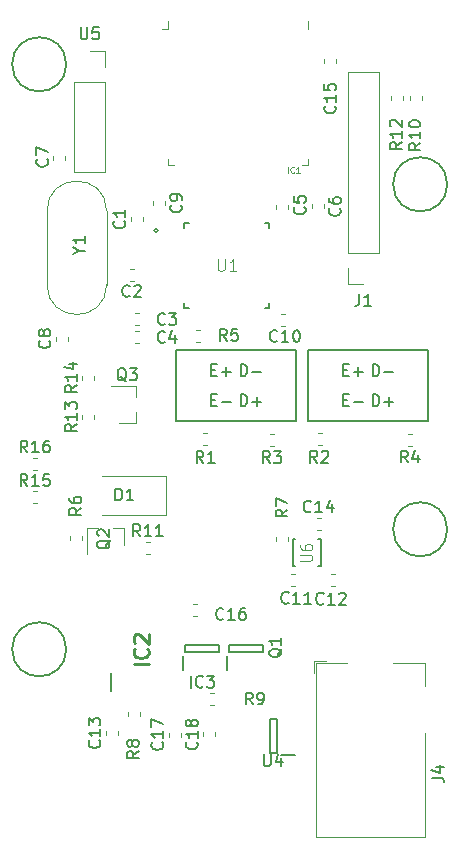
<source format=gbr>
G04 #@! TF.GenerationSoftware,KiCad,Pcbnew,(5.1.4)-1*
G04 #@! TF.CreationDate,2020-01-10T19:08:39-06:00*
G04 #@! TF.ProjectId,EncoderBoard,456e636f-6465-4724-926f-6172642e6b69,v1.0*
G04 #@! TF.SameCoordinates,Original*
G04 #@! TF.FileFunction,Legend,Top*
G04 #@! TF.FilePolarity,Positive*
%FSLAX46Y46*%
G04 Gerber Fmt 4.6, Leading zero omitted, Abs format (unit mm)*
G04 Created by KiCad (PCBNEW (5.1.4)-1) date 2020-01-10 19:08:39*
%MOMM*%
%LPD*%
G04 APERTURE LIST*
%ADD10C,0.200000*%
%ADD11C,0.120000*%
%ADD12C,0.127000*%
%ADD13C,0.100000*%
%ADD14C,0.150000*%
%ADD15C,0.152400*%
%ADD16C,0.050000*%
%ADD17C,0.254000*%
G04 APERTURE END LIST*
D10*
X109223525Y-87630000D02*
G75*
G03X109223525Y-87630000I-2289525J0D01*
G01*
X109223525Y-137160000D02*
G75*
G03X109223525Y-137160000I-2289525J0D01*
G01*
X141481525Y-127000000D02*
G75*
G03X141481525Y-127000000I-2289525J0D01*
G01*
X141481525Y-97790000D02*
G75*
G03X141481525Y-97790000I-2289525J0D01*
G01*
D11*
X115949020Y-129080496D02*
X116291554Y-129080496D01*
X115949020Y-128060496D02*
X116291554Y-128060496D01*
X121845800Y-144544867D02*
X121845800Y-144202333D01*
X120825800Y-144544867D02*
X120825800Y-144202333D01*
D12*
X126419160Y-101063240D02*
X126029160Y-101063240D01*
X126419160Y-101453240D02*
X126419160Y-101063240D01*
X126419160Y-108263240D02*
X126419160Y-107873240D01*
X126029160Y-108263240D02*
X126419160Y-108263240D01*
X119219160Y-108263240D02*
X119609160Y-108263240D01*
X119219160Y-107873240D02*
X119219160Y-108263240D01*
D10*
X116969160Y-101713240D02*
G75*
G03X116969160Y-101713240I-150000J0D01*
G01*
D12*
X119219160Y-101063240D02*
X119219160Y-101453240D01*
X119609160Y-101063240D02*
X119219160Y-101063240D01*
D13*
X117874200Y-84673860D02*
X117374200Y-84673860D01*
X117874200Y-84673860D02*
X117874200Y-83973860D01*
X129674200Y-84673860D02*
X129674200Y-83973860D01*
X117874200Y-96173860D02*
X118374200Y-96173860D01*
X117874200Y-96173860D02*
X117874200Y-95673860D01*
X129674200Y-96173860D02*
X129174200Y-96173860D01*
X129674200Y-96173860D02*
X129674200Y-95673860D01*
D11*
X115709160Y-100911507D02*
X115709160Y-100568973D01*
X114689160Y-100911507D02*
X114689160Y-100568973D01*
X114928467Y-104925400D02*
X114585933Y-104925400D01*
X114928467Y-105945400D02*
X114585933Y-105945400D01*
X115027893Y-109745240D02*
X115370427Y-109745240D01*
X115027893Y-108725240D02*
X115370427Y-108725240D01*
X115027893Y-111269240D02*
X115370427Y-111269240D01*
X115027893Y-110249240D02*
X115370427Y-110249240D01*
X128038320Y-99851027D02*
X128038320Y-99508493D01*
X127018320Y-99851027D02*
X127018320Y-99508493D01*
X130066320Y-99488173D02*
X130066320Y-99830707D01*
X131086320Y-99488173D02*
X131086320Y-99830707D01*
X108130880Y-95388613D02*
X108130880Y-95731147D01*
X109150880Y-95388613D02*
X109150880Y-95731147D01*
X109374400Y-111042267D02*
X109374400Y-110699733D01*
X108354400Y-111042267D02*
X108354400Y-110699733D01*
X117629400Y-99561467D02*
X117629400Y-99218933D01*
X116609400Y-99561467D02*
X116609400Y-99218933D01*
X127423093Y-109757940D02*
X127765627Y-109757940D01*
X127423093Y-108737940D02*
X127765627Y-108737940D01*
X128273100Y-131808456D02*
X128615634Y-131808456D01*
X128273100Y-130788456D02*
X128615634Y-130788456D01*
X131620820Y-131808456D02*
X131963354Y-131808456D01*
X131620820Y-130788456D02*
X131963354Y-130788456D01*
X130416860Y-127053576D02*
X130759394Y-127053576D01*
X130416860Y-126033576D02*
X130759394Y-126033576D01*
X131087400Y-87179333D02*
X131087400Y-87521867D01*
X132107400Y-87179333D02*
X132107400Y-87521867D01*
X120831793Y-119905240D02*
X121174327Y-119905240D01*
X120831793Y-118885240D02*
X121174327Y-118885240D01*
X130902527Y-118821740D02*
X130559993Y-118821740D01*
X130902527Y-119841740D02*
X130559993Y-119841740D01*
X126470593Y-119930640D02*
X126813127Y-119930640D01*
X126470593Y-118910640D02*
X126813127Y-118910640D01*
X138167293Y-119943340D02*
X138509827Y-119943340D01*
X138167293Y-118923340D02*
X138509827Y-118923340D01*
X120199333Y-111127000D02*
X120541867Y-111127000D01*
X120199333Y-110107000D02*
X120541867Y-110107000D01*
X110574927Y-127883243D02*
X110574927Y-127540709D01*
X109554927Y-127883243D02*
X109554927Y-127540709D01*
X127984087Y-127969603D02*
X127984087Y-127627069D01*
X126964087Y-127969603D02*
X126964087Y-127627069D01*
D14*
X118513860Y-117848640D02*
X128673860Y-117848640D01*
X118513860Y-111848640D02*
X118513860Y-117848640D01*
X128673860Y-111848640D02*
X118513860Y-111848640D01*
X128673860Y-117848640D02*
X128673860Y-111848640D01*
X129702560Y-117861340D02*
X139862560Y-117861340D01*
X129702560Y-111861340D02*
X129702560Y-117861340D01*
X139862560Y-111861340D02*
X129702560Y-111861340D01*
X139862560Y-117861340D02*
X139862560Y-111861340D01*
D15*
X128424047Y-130145296D02*
X128601847Y-130145296D01*
X128424047Y-127808496D02*
X128424047Y-130145296D01*
X130760847Y-127808496D02*
X130583047Y-127808496D01*
X130760847Y-130145296D02*
X130760847Y-127808496D01*
X130583047Y-130145296D02*
X130760847Y-130145296D01*
X128601847Y-127808496D02*
X128424047Y-127808496D01*
D11*
X107594160Y-106291240D02*
G75*
G03X112644160Y-106291240I2525000J0D01*
G01*
X107594160Y-100041240D02*
G75*
G02X112644160Y-100041240I2525000J0D01*
G01*
X107594160Y-100041240D02*
X107594160Y-106291240D01*
X112644160Y-100041240D02*
X112644160Y-106291240D01*
X113600067Y-144411023D02*
X113600067Y-144068489D01*
X112580067Y-144411023D02*
X112580067Y-144068489D01*
X120284434Y-133346236D02*
X119941900Y-133346236D01*
X120284434Y-134366236D02*
X119941900Y-134366236D01*
X117686407Y-125821216D02*
X112286407Y-125821216D01*
X117686407Y-122521216D02*
X112286407Y-122521216D01*
X117686407Y-125821216D02*
X117686407Y-122521216D01*
D10*
X113012367Y-140684036D02*
X113012367Y-139159036D01*
X119148167Y-138906636D02*
X119148167Y-137706636D01*
X122198167Y-137356636D02*
X119298167Y-137356636D01*
X122198167Y-136756636D02*
X122198167Y-137356636D01*
X119298167Y-136756636D02*
X122198167Y-136756636D01*
X119298167Y-137356636D02*
X119298167Y-136756636D01*
D11*
X134381240Y-106196440D02*
X133051240Y-106196440D01*
X133051240Y-106196440D02*
X133051240Y-104866440D01*
X133051240Y-103596440D02*
X133051240Y-88296440D01*
X135711240Y-88296440D02*
X133051240Y-88296440D01*
X135711240Y-103596440D02*
X135711240Y-88296440D01*
X135711240Y-103596440D02*
X133051240Y-103596440D01*
X114154447Y-126911336D02*
X114154447Y-128371336D01*
X110994447Y-126911336D02*
X110994447Y-129071336D01*
X110994447Y-126911336D02*
X111924447Y-126911336D01*
X114154447Y-126911336D02*
X113224447Y-126911336D01*
X114434267Y-142460669D02*
X114434267Y-142803203D01*
X115454267Y-142460669D02*
X115454267Y-142803203D01*
X121393133Y-141886400D02*
X121735667Y-141886400D01*
X121393133Y-140866400D02*
X121735667Y-140866400D01*
X111599440Y-117651347D02*
X111599440Y-117308813D01*
X110579440Y-117651347D02*
X110579440Y-117308813D01*
X111599440Y-114334107D02*
X111599440Y-113991573D01*
X110579440Y-114334107D02*
X110579440Y-113991573D01*
X111196120Y-86493040D02*
X112526120Y-86493040D01*
X112526120Y-86493040D02*
X112526120Y-87823040D01*
X112526120Y-89093040D02*
X112526120Y-96773040D01*
X109866120Y-96773040D02*
X112526120Y-96773040D01*
X109866120Y-89093040D02*
X109866120Y-96773040D01*
X109866120Y-89093040D02*
X112526120Y-89093040D01*
X115161600Y-118013600D02*
X113701600Y-118013600D01*
X115161600Y-114853600D02*
X113001600Y-114853600D01*
X115161600Y-114853600D02*
X115161600Y-115783600D01*
X115161600Y-118013600D02*
X115161600Y-117083600D01*
X118975600Y-144570267D02*
X118975600Y-144227733D01*
X117955600Y-144570267D02*
X117955600Y-144227733D01*
X130375600Y-138342800D02*
X132975600Y-138342800D01*
X130375600Y-153042800D02*
X130375600Y-138342800D01*
X139575600Y-138342800D02*
X139575600Y-140242800D01*
X136875600Y-138342800D02*
X139575600Y-138342800D01*
X139575600Y-153042800D02*
X130375600Y-153042800D01*
X139575600Y-144242800D02*
X139575600Y-153042800D01*
X130175600Y-139192800D02*
X130175600Y-138142800D01*
X131225600Y-138142800D02*
X130175600Y-138142800D01*
D10*
X128621400Y-146100600D02*
X127421400Y-146100600D01*
X127071400Y-143050600D02*
X127071400Y-145950600D01*
X126471400Y-143050600D02*
X127071400Y-143050600D01*
X126471400Y-145950600D02*
X126471400Y-143050600D01*
X127071400Y-145950600D02*
X126471400Y-145950600D01*
X123010000Y-137358400D02*
X123010000Y-136758400D01*
X123010000Y-136758400D02*
X125910000Y-136758400D01*
X125910000Y-136758400D02*
X125910000Y-137358400D01*
X125910000Y-137358400D02*
X123010000Y-137358400D01*
X122860000Y-138908400D02*
X122860000Y-137708400D01*
D11*
X138301000Y-90328933D02*
X138301000Y-90671467D01*
X139321000Y-90328933D02*
X139321000Y-90671467D01*
X137720800Y-90328933D02*
X137720800Y-90671467D01*
X136700800Y-90328933D02*
X136700800Y-90671467D01*
X106407133Y-123797600D02*
X106749667Y-123797600D01*
X106407133Y-124817600D02*
X106749667Y-124817600D01*
X106407133Y-121972800D02*
X106749667Y-121972800D01*
X106407133Y-120952800D02*
X106749667Y-120952800D01*
D14*
X115477429Y-127592876D02*
X115144096Y-127116686D01*
X114906001Y-127592876D02*
X114906001Y-126592876D01*
X115286953Y-126592876D01*
X115382191Y-126640496D01*
X115429810Y-126688115D01*
X115477429Y-126783353D01*
X115477429Y-126926210D01*
X115429810Y-127021448D01*
X115382191Y-127069067D01*
X115286953Y-127116686D01*
X114906001Y-127116686D01*
X116429810Y-127592876D02*
X115858382Y-127592876D01*
X116144096Y-127592876D02*
X116144096Y-126592876D01*
X116048858Y-126735734D01*
X115953620Y-126830972D01*
X115858382Y-126878591D01*
X117382191Y-127592876D02*
X116810763Y-127592876D01*
X117096477Y-127592876D02*
X117096477Y-126592876D01*
X117001239Y-126735734D01*
X116906001Y-126830972D01*
X116810763Y-126878591D01*
X120262942Y-145016457D02*
X120310561Y-145064076D01*
X120358180Y-145206933D01*
X120358180Y-145302171D01*
X120310561Y-145445028D01*
X120215323Y-145540266D01*
X120120085Y-145587885D01*
X119929609Y-145635504D01*
X119786752Y-145635504D01*
X119596276Y-145587885D01*
X119501038Y-145540266D01*
X119405800Y-145445028D01*
X119358180Y-145302171D01*
X119358180Y-145206933D01*
X119405800Y-145064076D01*
X119453419Y-145016457D01*
X120358180Y-144064076D02*
X120358180Y-144635504D01*
X120358180Y-144349790D02*
X119358180Y-144349790D01*
X119501038Y-144445028D01*
X119596276Y-144540266D01*
X119643895Y-144635504D01*
X119786752Y-143492647D02*
X119739133Y-143587885D01*
X119691514Y-143635504D01*
X119596276Y-143683123D01*
X119548657Y-143683123D01*
X119453419Y-143635504D01*
X119405800Y-143587885D01*
X119358180Y-143492647D01*
X119358180Y-143302171D01*
X119405800Y-143206933D01*
X119453419Y-143159314D01*
X119548657Y-143111695D01*
X119596276Y-143111695D01*
X119691514Y-143159314D01*
X119739133Y-143206933D01*
X119786752Y-143302171D01*
X119786752Y-143492647D01*
X119834371Y-143587885D01*
X119881990Y-143635504D01*
X119977228Y-143683123D01*
X120167704Y-143683123D01*
X120262942Y-143635504D01*
X120310561Y-143587885D01*
X120358180Y-143492647D01*
X120358180Y-143302171D01*
X120310561Y-143206933D01*
X120262942Y-143159314D01*
X120167704Y-143111695D01*
X119977228Y-143111695D01*
X119881990Y-143159314D01*
X119834371Y-143206933D01*
X119786752Y-143302171D01*
D16*
X122057255Y-104115620D02*
X122057255Y-104925144D01*
X122104874Y-105020382D01*
X122152493Y-105068001D01*
X122247731Y-105115620D01*
X122438207Y-105115620D01*
X122533445Y-105068001D01*
X122581064Y-105020382D01*
X122628683Y-104925144D01*
X122628683Y-104115620D01*
X123628683Y-105115620D02*
X123057255Y-105115620D01*
X123342969Y-105115620D02*
X123342969Y-104115620D01*
X123247731Y-104258478D01*
X123152493Y-104353716D01*
X123057255Y-104401335D01*
X127996104Y-96820050D02*
X127996104Y-96320050D01*
X128519914Y-96772431D02*
X128496104Y-96796240D01*
X128424676Y-96820050D01*
X128377057Y-96820050D01*
X128305628Y-96796240D01*
X128258009Y-96748621D01*
X128234200Y-96701002D01*
X128210390Y-96605764D01*
X128210390Y-96534336D01*
X128234200Y-96439098D01*
X128258009Y-96391479D01*
X128305628Y-96343860D01*
X128377057Y-96320050D01*
X128424676Y-96320050D01*
X128496104Y-96343860D01*
X128519914Y-96367669D01*
X128996104Y-96820050D02*
X128710390Y-96820050D01*
X128853247Y-96820050D02*
X128853247Y-96320050D01*
X128805628Y-96391479D01*
X128758009Y-96439098D01*
X128710390Y-96462907D01*
D14*
X114126302Y-100906906D02*
X114173921Y-100954525D01*
X114221540Y-101097382D01*
X114221540Y-101192620D01*
X114173921Y-101335478D01*
X114078683Y-101430716D01*
X113983445Y-101478335D01*
X113792969Y-101525954D01*
X113650112Y-101525954D01*
X113459636Y-101478335D01*
X113364398Y-101430716D01*
X113269160Y-101335478D01*
X113221540Y-101192620D01*
X113221540Y-101097382D01*
X113269160Y-100954525D01*
X113316779Y-100906906D01*
X114221540Y-99954525D02*
X114221540Y-100525954D01*
X114221540Y-100240240D02*
X113221540Y-100240240D01*
X113364398Y-100335478D01*
X113459636Y-100430716D01*
X113507255Y-100525954D01*
X114590533Y-107222542D02*
X114542914Y-107270161D01*
X114400057Y-107317780D01*
X114304819Y-107317780D01*
X114161961Y-107270161D01*
X114066723Y-107174923D01*
X114019104Y-107079685D01*
X113971485Y-106889209D01*
X113971485Y-106746352D01*
X114019104Y-106555876D01*
X114066723Y-106460638D01*
X114161961Y-106365400D01*
X114304819Y-106317780D01*
X114400057Y-106317780D01*
X114542914Y-106365400D01*
X114590533Y-106413019D01*
X114971485Y-106413019D02*
X115019104Y-106365400D01*
X115114342Y-106317780D01*
X115352438Y-106317780D01*
X115447676Y-106365400D01*
X115495295Y-106413019D01*
X115542914Y-106508257D01*
X115542914Y-106603495D01*
X115495295Y-106746352D01*
X114923866Y-107317780D01*
X115542914Y-107317780D01*
X117572493Y-109592382D02*
X117524874Y-109640001D01*
X117382017Y-109687620D01*
X117286779Y-109687620D01*
X117143921Y-109640001D01*
X117048683Y-109544763D01*
X117001064Y-109449525D01*
X116953445Y-109259049D01*
X116953445Y-109116192D01*
X117001064Y-108925716D01*
X117048683Y-108830478D01*
X117143921Y-108735240D01*
X117286779Y-108687620D01*
X117382017Y-108687620D01*
X117524874Y-108735240D01*
X117572493Y-108782859D01*
X117905826Y-108687620D02*
X118524874Y-108687620D01*
X118191540Y-109068573D01*
X118334398Y-109068573D01*
X118429636Y-109116192D01*
X118477255Y-109163811D01*
X118524874Y-109259049D01*
X118524874Y-109497144D01*
X118477255Y-109592382D01*
X118429636Y-109640001D01*
X118334398Y-109687620D01*
X118048683Y-109687620D01*
X117953445Y-109640001D01*
X117905826Y-109592382D01*
X117572493Y-111116382D02*
X117524874Y-111164001D01*
X117382017Y-111211620D01*
X117286779Y-111211620D01*
X117143921Y-111164001D01*
X117048683Y-111068763D01*
X117001064Y-110973525D01*
X116953445Y-110783049D01*
X116953445Y-110640192D01*
X117001064Y-110449716D01*
X117048683Y-110354478D01*
X117143921Y-110259240D01*
X117286779Y-110211620D01*
X117382017Y-110211620D01*
X117524874Y-110259240D01*
X117572493Y-110306859D01*
X118429636Y-110544954D02*
X118429636Y-111211620D01*
X118191540Y-110164001D02*
X117953445Y-110878287D01*
X118572493Y-110878287D01*
X129389142Y-99729586D02*
X129436761Y-99777205D01*
X129484380Y-99920062D01*
X129484380Y-100015300D01*
X129436761Y-100158158D01*
X129341523Y-100253396D01*
X129246285Y-100301015D01*
X129055809Y-100348634D01*
X128912952Y-100348634D01*
X128722476Y-100301015D01*
X128627238Y-100253396D01*
X128532000Y-100158158D01*
X128484380Y-100015300D01*
X128484380Y-99920062D01*
X128532000Y-99777205D01*
X128579619Y-99729586D01*
X128484380Y-98824824D02*
X128484380Y-99301015D01*
X128960571Y-99348634D01*
X128912952Y-99301015D01*
X128865333Y-99205777D01*
X128865333Y-98967681D01*
X128912952Y-98872443D01*
X128960571Y-98824824D01*
X129055809Y-98777205D01*
X129293904Y-98777205D01*
X129389142Y-98824824D01*
X129436761Y-98872443D01*
X129484380Y-98967681D01*
X129484380Y-99205777D01*
X129436761Y-99301015D01*
X129389142Y-99348634D01*
X132363462Y-99826106D02*
X132411081Y-99873725D01*
X132458700Y-100016582D01*
X132458700Y-100111820D01*
X132411081Y-100254678D01*
X132315843Y-100349916D01*
X132220605Y-100397535D01*
X132030129Y-100445154D01*
X131887272Y-100445154D01*
X131696796Y-100397535D01*
X131601558Y-100349916D01*
X131506320Y-100254678D01*
X131458700Y-100111820D01*
X131458700Y-100016582D01*
X131506320Y-99873725D01*
X131553939Y-99826106D01*
X131458700Y-98968963D02*
X131458700Y-99159440D01*
X131506320Y-99254678D01*
X131553939Y-99302297D01*
X131696796Y-99397535D01*
X131887272Y-99445154D01*
X132268224Y-99445154D01*
X132363462Y-99397535D01*
X132411081Y-99349916D01*
X132458700Y-99254678D01*
X132458700Y-99064201D01*
X132411081Y-98968963D01*
X132363462Y-98921344D01*
X132268224Y-98873725D01*
X132030129Y-98873725D01*
X131934891Y-98921344D01*
X131887272Y-98968963D01*
X131839653Y-99064201D01*
X131839653Y-99254678D01*
X131887272Y-99349916D01*
X131934891Y-99397535D01*
X132030129Y-99445154D01*
X107606102Y-95670666D02*
X107653721Y-95718285D01*
X107701340Y-95861142D01*
X107701340Y-95956380D01*
X107653721Y-96099238D01*
X107558483Y-96194476D01*
X107463245Y-96242095D01*
X107272769Y-96289714D01*
X107129912Y-96289714D01*
X106939436Y-96242095D01*
X106844198Y-96194476D01*
X106748960Y-96099238D01*
X106701340Y-95956380D01*
X106701340Y-95861142D01*
X106748960Y-95718285D01*
X106796579Y-95670666D01*
X106701340Y-95337333D02*
X106701340Y-94670666D01*
X107701340Y-95099238D01*
X107791542Y-111037666D02*
X107839161Y-111085285D01*
X107886780Y-111228142D01*
X107886780Y-111323380D01*
X107839161Y-111466238D01*
X107743923Y-111561476D01*
X107648685Y-111609095D01*
X107458209Y-111656714D01*
X107315352Y-111656714D01*
X107124876Y-111609095D01*
X107029638Y-111561476D01*
X106934400Y-111466238D01*
X106886780Y-111323380D01*
X106886780Y-111228142D01*
X106934400Y-111085285D01*
X106982019Y-111037666D01*
X107315352Y-110466238D02*
X107267733Y-110561476D01*
X107220114Y-110609095D01*
X107124876Y-110656714D01*
X107077257Y-110656714D01*
X106982019Y-110609095D01*
X106934400Y-110561476D01*
X106886780Y-110466238D01*
X106886780Y-110275761D01*
X106934400Y-110180523D01*
X106982019Y-110132904D01*
X107077257Y-110085285D01*
X107124876Y-110085285D01*
X107220114Y-110132904D01*
X107267733Y-110180523D01*
X107315352Y-110275761D01*
X107315352Y-110466238D01*
X107362971Y-110561476D01*
X107410590Y-110609095D01*
X107505828Y-110656714D01*
X107696304Y-110656714D01*
X107791542Y-110609095D01*
X107839161Y-110561476D01*
X107886780Y-110466238D01*
X107886780Y-110275761D01*
X107839161Y-110180523D01*
X107791542Y-110132904D01*
X107696304Y-110085285D01*
X107505828Y-110085285D01*
X107410590Y-110132904D01*
X107362971Y-110180523D01*
X107315352Y-110275761D01*
X118924342Y-99556866D02*
X118971961Y-99604485D01*
X119019580Y-99747342D01*
X119019580Y-99842580D01*
X118971961Y-99985438D01*
X118876723Y-100080676D01*
X118781485Y-100128295D01*
X118591009Y-100175914D01*
X118448152Y-100175914D01*
X118257676Y-100128295D01*
X118162438Y-100080676D01*
X118067200Y-99985438D01*
X118019580Y-99842580D01*
X118019580Y-99747342D01*
X118067200Y-99604485D01*
X118114819Y-99556866D01*
X119019580Y-99080676D02*
X119019580Y-98890200D01*
X118971961Y-98794961D01*
X118924342Y-98747342D01*
X118781485Y-98652104D01*
X118591009Y-98604485D01*
X118210057Y-98604485D01*
X118114819Y-98652104D01*
X118067200Y-98699723D01*
X118019580Y-98794961D01*
X118019580Y-98985438D01*
X118067200Y-99080676D01*
X118114819Y-99128295D01*
X118210057Y-99175914D01*
X118448152Y-99175914D01*
X118543390Y-99128295D01*
X118591009Y-99080676D01*
X118638628Y-98985438D01*
X118638628Y-98794961D01*
X118591009Y-98699723D01*
X118543390Y-98652104D01*
X118448152Y-98604485D01*
X127091202Y-111040182D02*
X127043583Y-111087801D01*
X126900726Y-111135420D01*
X126805488Y-111135420D01*
X126662631Y-111087801D01*
X126567393Y-110992563D01*
X126519774Y-110897325D01*
X126472155Y-110706849D01*
X126472155Y-110563992D01*
X126519774Y-110373516D01*
X126567393Y-110278278D01*
X126662631Y-110183040D01*
X126805488Y-110135420D01*
X126900726Y-110135420D01*
X127043583Y-110183040D01*
X127091202Y-110230659D01*
X128043583Y-111135420D02*
X127472155Y-111135420D01*
X127757869Y-111135420D02*
X127757869Y-110135420D01*
X127662631Y-110278278D01*
X127567393Y-110373516D01*
X127472155Y-110421135D01*
X128662631Y-110135420D02*
X128757869Y-110135420D01*
X128853107Y-110183040D01*
X128900726Y-110230659D01*
X128948345Y-110325897D01*
X128995964Y-110516373D01*
X128995964Y-110754468D01*
X128948345Y-110944944D01*
X128900726Y-111040182D01*
X128853107Y-111087801D01*
X128757869Y-111135420D01*
X128662631Y-111135420D01*
X128567393Y-111087801D01*
X128519774Y-111040182D01*
X128472155Y-110944944D01*
X128424536Y-110754468D01*
X128424536Y-110516373D01*
X128472155Y-110325897D01*
X128519774Y-110230659D01*
X128567393Y-110183040D01*
X128662631Y-110135420D01*
X128050429Y-133210078D02*
X128002810Y-133257697D01*
X127859953Y-133305316D01*
X127764715Y-133305316D01*
X127621858Y-133257697D01*
X127526620Y-133162459D01*
X127479001Y-133067221D01*
X127431382Y-132876745D01*
X127431382Y-132733888D01*
X127479001Y-132543412D01*
X127526620Y-132448174D01*
X127621858Y-132352936D01*
X127764715Y-132305316D01*
X127859953Y-132305316D01*
X128002810Y-132352936D01*
X128050429Y-132400555D01*
X129002810Y-133305316D02*
X128431382Y-133305316D01*
X128717096Y-133305316D02*
X128717096Y-132305316D01*
X128621858Y-132448174D01*
X128526620Y-132543412D01*
X128431382Y-132591031D01*
X129955191Y-133305316D02*
X129383763Y-133305316D01*
X129669477Y-133305316D02*
X129669477Y-132305316D01*
X129574239Y-132448174D01*
X129479001Y-132543412D01*
X129383763Y-132591031D01*
X131012069Y-133281198D02*
X130964450Y-133328817D01*
X130821593Y-133376436D01*
X130726355Y-133376436D01*
X130583498Y-133328817D01*
X130488260Y-133233579D01*
X130440641Y-133138341D01*
X130393022Y-132947865D01*
X130393022Y-132805008D01*
X130440641Y-132614532D01*
X130488260Y-132519294D01*
X130583498Y-132424056D01*
X130726355Y-132376436D01*
X130821593Y-132376436D01*
X130964450Y-132424056D01*
X131012069Y-132471675D01*
X131964450Y-133376436D02*
X131393022Y-133376436D01*
X131678736Y-133376436D02*
X131678736Y-132376436D01*
X131583498Y-132519294D01*
X131488260Y-132614532D01*
X131393022Y-132662151D01*
X132345403Y-132471675D02*
X132393022Y-132424056D01*
X132488260Y-132376436D01*
X132726355Y-132376436D01*
X132821593Y-132424056D01*
X132869212Y-132471675D01*
X132916831Y-132566913D01*
X132916831Y-132662151D01*
X132869212Y-132805008D01*
X132297784Y-133376436D01*
X132916831Y-133376436D01*
X129945269Y-125470718D02*
X129897650Y-125518337D01*
X129754793Y-125565956D01*
X129659555Y-125565956D01*
X129516698Y-125518337D01*
X129421460Y-125423099D01*
X129373841Y-125327861D01*
X129326222Y-125137385D01*
X129326222Y-124994528D01*
X129373841Y-124804052D01*
X129421460Y-124708814D01*
X129516698Y-124613576D01*
X129659555Y-124565956D01*
X129754793Y-124565956D01*
X129897650Y-124613576D01*
X129945269Y-124661195D01*
X130897650Y-125565956D02*
X130326222Y-125565956D01*
X130611936Y-125565956D02*
X130611936Y-124565956D01*
X130516698Y-124708814D01*
X130421460Y-124804052D01*
X130326222Y-124851671D01*
X131754793Y-124899290D02*
X131754793Y-125565956D01*
X131516698Y-124518337D02*
X131278603Y-125232623D01*
X131897650Y-125232623D01*
X131954542Y-91168457D02*
X132002161Y-91216076D01*
X132049780Y-91358933D01*
X132049780Y-91454171D01*
X132002161Y-91597028D01*
X131906923Y-91692266D01*
X131811685Y-91739885D01*
X131621209Y-91787504D01*
X131478352Y-91787504D01*
X131287876Y-91739885D01*
X131192638Y-91692266D01*
X131097400Y-91597028D01*
X131049780Y-91454171D01*
X131049780Y-91358933D01*
X131097400Y-91216076D01*
X131145019Y-91168457D01*
X132049780Y-90216076D02*
X132049780Y-90787504D01*
X132049780Y-90501790D02*
X131049780Y-90501790D01*
X131192638Y-90597028D01*
X131287876Y-90692266D01*
X131335495Y-90787504D01*
X131049780Y-89311314D02*
X131049780Y-89787504D01*
X131525971Y-89835123D01*
X131478352Y-89787504D01*
X131430733Y-89692266D01*
X131430733Y-89454171D01*
X131478352Y-89358933D01*
X131525971Y-89311314D01*
X131621209Y-89263695D01*
X131859304Y-89263695D01*
X131954542Y-89311314D01*
X132002161Y-89358933D01*
X132049780Y-89454171D01*
X132049780Y-89692266D01*
X132002161Y-89787504D01*
X131954542Y-89835123D01*
X120836393Y-121371620D02*
X120503060Y-120895430D01*
X120264964Y-121371620D02*
X120264964Y-120371620D01*
X120645917Y-120371620D01*
X120741155Y-120419240D01*
X120788774Y-120466859D01*
X120836393Y-120562097D01*
X120836393Y-120704954D01*
X120788774Y-120800192D01*
X120741155Y-120847811D01*
X120645917Y-120895430D01*
X120264964Y-120895430D01*
X121788774Y-121371620D02*
X121217345Y-121371620D01*
X121503060Y-121371620D02*
X121503060Y-120371620D01*
X121407821Y-120514478D01*
X121312583Y-120609716D01*
X121217345Y-120657335D01*
X130462993Y-121358920D02*
X130129660Y-120882730D01*
X129891564Y-121358920D02*
X129891564Y-120358920D01*
X130272517Y-120358920D01*
X130367755Y-120406540D01*
X130415374Y-120454159D01*
X130462993Y-120549397D01*
X130462993Y-120692254D01*
X130415374Y-120787492D01*
X130367755Y-120835111D01*
X130272517Y-120882730D01*
X129891564Y-120882730D01*
X130843945Y-120454159D02*
X130891564Y-120406540D01*
X130986802Y-120358920D01*
X131224898Y-120358920D01*
X131320136Y-120406540D01*
X131367755Y-120454159D01*
X131415374Y-120549397D01*
X131415374Y-120644635D01*
X131367755Y-120787492D01*
X130796326Y-121358920D01*
X131415374Y-121358920D01*
X126475193Y-121397020D02*
X126141860Y-120920830D01*
X125903764Y-121397020D02*
X125903764Y-120397020D01*
X126284717Y-120397020D01*
X126379955Y-120444640D01*
X126427574Y-120492259D01*
X126475193Y-120587497D01*
X126475193Y-120730354D01*
X126427574Y-120825592D01*
X126379955Y-120873211D01*
X126284717Y-120920830D01*
X125903764Y-120920830D01*
X126808526Y-120397020D02*
X127427574Y-120397020D01*
X127094240Y-120777973D01*
X127237098Y-120777973D01*
X127332336Y-120825592D01*
X127379955Y-120873211D01*
X127427574Y-120968449D01*
X127427574Y-121206544D01*
X127379955Y-121301782D01*
X127332336Y-121349401D01*
X127237098Y-121397020D01*
X126951383Y-121397020D01*
X126856145Y-121349401D01*
X126808526Y-121301782D01*
X138146493Y-121346220D02*
X137813160Y-120870030D01*
X137575064Y-121346220D02*
X137575064Y-120346220D01*
X137956017Y-120346220D01*
X138051255Y-120393840D01*
X138098874Y-120441459D01*
X138146493Y-120536697D01*
X138146493Y-120679554D01*
X138098874Y-120774792D01*
X138051255Y-120822411D01*
X137956017Y-120870030D01*
X137575064Y-120870030D01*
X139003636Y-120679554D02*
X139003636Y-121346220D01*
X138765540Y-120298601D02*
X138527445Y-121012887D01*
X139146493Y-121012887D01*
X122807433Y-111043980D02*
X122474100Y-110567790D01*
X122236004Y-111043980D02*
X122236004Y-110043980D01*
X122616957Y-110043980D01*
X122712195Y-110091600D01*
X122759814Y-110139219D01*
X122807433Y-110234457D01*
X122807433Y-110377314D01*
X122759814Y-110472552D01*
X122712195Y-110520171D01*
X122616957Y-110567790D01*
X122236004Y-110567790D01*
X123712195Y-110043980D02*
X123236004Y-110043980D01*
X123188385Y-110520171D01*
X123236004Y-110472552D01*
X123331242Y-110424933D01*
X123569338Y-110424933D01*
X123664576Y-110472552D01*
X123712195Y-110520171D01*
X123759814Y-110615409D01*
X123759814Y-110853504D01*
X123712195Y-110948742D01*
X123664576Y-110996361D01*
X123569338Y-111043980D01*
X123331242Y-111043980D01*
X123236004Y-110996361D01*
X123188385Y-110948742D01*
X110491907Y-125186242D02*
X110015717Y-125519576D01*
X110491907Y-125757671D02*
X109491907Y-125757671D01*
X109491907Y-125376718D01*
X109539527Y-125281480D01*
X109587146Y-125233861D01*
X109682384Y-125186242D01*
X109825241Y-125186242D01*
X109920479Y-125233861D01*
X109968098Y-125281480D01*
X110015717Y-125376718D01*
X110015717Y-125757671D01*
X109491907Y-124329099D02*
X109491907Y-124519576D01*
X109539527Y-124614814D01*
X109587146Y-124662433D01*
X109730003Y-124757671D01*
X109920479Y-124805290D01*
X110301431Y-124805290D01*
X110396669Y-124757671D01*
X110444288Y-124710052D01*
X110491907Y-124614814D01*
X110491907Y-124424337D01*
X110444288Y-124329099D01*
X110396669Y-124281480D01*
X110301431Y-124233861D01*
X110063336Y-124233861D01*
X109968098Y-124281480D01*
X109920479Y-124329099D01*
X109872860Y-124424337D01*
X109872860Y-124614814D01*
X109920479Y-124710052D01*
X109968098Y-124757671D01*
X110063336Y-124805290D01*
X127951867Y-125343722D02*
X127475677Y-125677056D01*
X127951867Y-125915151D02*
X126951867Y-125915151D01*
X126951867Y-125534198D01*
X126999487Y-125438960D01*
X127047106Y-125391341D01*
X127142344Y-125343722D01*
X127285201Y-125343722D01*
X127380439Y-125391341D01*
X127428058Y-125438960D01*
X127475677Y-125534198D01*
X127475677Y-125915151D01*
X126951867Y-125010389D02*
X126951867Y-124343722D01*
X127951867Y-124772294D01*
X123982907Y-114031020D02*
X123982907Y-113031020D01*
X124221002Y-113031020D01*
X124363860Y-113078640D01*
X124459098Y-113173878D01*
X124506717Y-113269116D01*
X124554336Y-113459592D01*
X124554336Y-113602449D01*
X124506717Y-113792925D01*
X124459098Y-113888163D01*
X124363860Y-113983401D01*
X124221002Y-114031020D01*
X123982907Y-114031020D01*
X124982907Y-113650068D02*
X125744812Y-113650068D01*
X123982907Y-116571020D02*
X123982907Y-115571020D01*
X124221002Y-115571020D01*
X124363860Y-115618640D01*
X124459098Y-115713878D01*
X124506717Y-115809116D01*
X124554336Y-115999592D01*
X124554336Y-116142449D01*
X124506717Y-116332925D01*
X124459098Y-116428163D01*
X124363860Y-116523401D01*
X124221002Y-116571020D01*
X123982907Y-116571020D01*
X124982907Y-116190068D02*
X125744812Y-116190068D01*
X125363860Y-116571020D02*
X125363860Y-115809116D01*
X121490526Y-116047211D02*
X121823860Y-116047211D01*
X121966717Y-116571020D02*
X121490526Y-116571020D01*
X121490526Y-115571020D01*
X121966717Y-115571020D01*
X122395288Y-116190068D02*
X123157193Y-116190068D01*
X121490526Y-113507211D02*
X121823860Y-113507211D01*
X121966717Y-114031020D02*
X121490526Y-114031020D01*
X121490526Y-113031020D01*
X121966717Y-113031020D01*
X122395288Y-113650068D02*
X123157193Y-113650068D01*
X122776240Y-114031020D02*
X122776240Y-113269116D01*
X135171607Y-114043720D02*
X135171607Y-113043720D01*
X135409702Y-113043720D01*
X135552560Y-113091340D01*
X135647798Y-113186578D01*
X135695417Y-113281816D01*
X135743036Y-113472292D01*
X135743036Y-113615149D01*
X135695417Y-113805625D01*
X135647798Y-113900863D01*
X135552560Y-113996101D01*
X135409702Y-114043720D01*
X135171607Y-114043720D01*
X136171607Y-113662768D02*
X136933512Y-113662768D01*
X135171607Y-116583720D02*
X135171607Y-115583720D01*
X135409702Y-115583720D01*
X135552560Y-115631340D01*
X135647798Y-115726578D01*
X135695417Y-115821816D01*
X135743036Y-116012292D01*
X135743036Y-116155149D01*
X135695417Y-116345625D01*
X135647798Y-116440863D01*
X135552560Y-116536101D01*
X135409702Y-116583720D01*
X135171607Y-116583720D01*
X136171607Y-116202768D02*
X136933512Y-116202768D01*
X136552560Y-116583720D02*
X136552560Y-115821816D01*
X132679226Y-116059911D02*
X133012560Y-116059911D01*
X133155417Y-116583720D02*
X132679226Y-116583720D01*
X132679226Y-115583720D01*
X133155417Y-115583720D01*
X133583988Y-116202768D02*
X134345893Y-116202768D01*
X132679226Y-113519911D02*
X133012560Y-113519911D01*
X133155417Y-114043720D02*
X132679226Y-114043720D01*
X132679226Y-113043720D01*
X133155417Y-113043720D01*
X133583988Y-113662768D02*
X134345893Y-113662768D01*
X133964940Y-114043720D02*
X133964940Y-113281816D01*
D16*
X129044827Y-129662610D02*
X129854351Y-129662610D01*
X129949589Y-129619753D01*
X129997208Y-129576896D01*
X130044827Y-129491181D01*
X130044827Y-129319753D01*
X129997208Y-129234038D01*
X129949589Y-129191181D01*
X129854351Y-129148324D01*
X129044827Y-129148324D01*
X129044827Y-128334038D02*
X129044827Y-128505467D01*
X129092447Y-128591181D01*
X129140066Y-128634038D01*
X129282923Y-128719753D01*
X129473399Y-128762610D01*
X129854351Y-128762610D01*
X129949589Y-128719753D01*
X129997208Y-128676896D01*
X130044827Y-128591181D01*
X130044827Y-128419753D01*
X129997208Y-128334038D01*
X129949589Y-128291181D01*
X129854351Y-128248324D01*
X129616256Y-128248324D01*
X129521018Y-128291181D01*
X129473399Y-128334038D01*
X129425780Y-128419753D01*
X129425780Y-128591181D01*
X129473399Y-128676896D01*
X129521018Y-128719753D01*
X129616256Y-128762610D01*
D14*
X110323950Y-103402070D02*
X110800140Y-103402070D01*
X109800140Y-103735403D02*
X110323950Y-103402070D01*
X109800140Y-103068737D01*
X110800140Y-102211594D02*
X110800140Y-102783022D01*
X110800140Y-102497308D02*
X109800140Y-102497308D01*
X109942998Y-102592546D01*
X110038236Y-102687784D01*
X110085855Y-102783022D01*
X112017209Y-144882613D02*
X112064828Y-144930232D01*
X112112447Y-145073089D01*
X112112447Y-145168327D01*
X112064828Y-145311184D01*
X111969590Y-145406422D01*
X111874352Y-145454041D01*
X111683876Y-145501660D01*
X111541019Y-145501660D01*
X111350543Y-145454041D01*
X111255305Y-145406422D01*
X111160067Y-145311184D01*
X111112447Y-145168327D01*
X111112447Y-145073089D01*
X111160067Y-144930232D01*
X111207686Y-144882613D01*
X112112447Y-143930232D02*
X112112447Y-144501660D01*
X112112447Y-144215946D02*
X111112447Y-144215946D01*
X111255305Y-144311184D01*
X111350543Y-144406422D01*
X111398162Y-144501660D01*
X111112447Y-143596898D02*
X111112447Y-142977851D01*
X111493400Y-143311184D01*
X111493400Y-143168327D01*
X111541019Y-143073089D01*
X111588638Y-143025470D01*
X111683876Y-142977851D01*
X111921971Y-142977851D01*
X112017209Y-143025470D01*
X112064828Y-143073089D01*
X112112447Y-143168327D01*
X112112447Y-143454041D01*
X112064828Y-143549279D01*
X112017209Y-143596898D01*
X122521742Y-134570742D02*
X122474123Y-134618361D01*
X122331266Y-134665980D01*
X122236028Y-134665980D01*
X122093171Y-134618361D01*
X121997933Y-134523123D01*
X121950314Y-134427885D01*
X121902695Y-134237409D01*
X121902695Y-134094552D01*
X121950314Y-133904076D01*
X121997933Y-133808838D01*
X122093171Y-133713600D01*
X122236028Y-133665980D01*
X122331266Y-133665980D01*
X122474123Y-133713600D01*
X122521742Y-133761219D01*
X123474123Y-134665980D02*
X122902695Y-134665980D01*
X123188409Y-134665980D02*
X123188409Y-133665980D01*
X123093171Y-133808838D01*
X122997933Y-133904076D01*
X122902695Y-133951695D01*
X124331266Y-133665980D02*
X124140790Y-133665980D01*
X124045552Y-133713600D01*
X123997933Y-133761219D01*
X123902695Y-133904076D01*
X123855076Y-134094552D01*
X123855076Y-134475504D01*
X123902695Y-134570742D01*
X123950314Y-134618361D01*
X124045552Y-134665980D01*
X124236028Y-134665980D01*
X124331266Y-134618361D01*
X124378885Y-134570742D01*
X124426504Y-134475504D01*
X124426504Y-134237409D01*
X124378885Y-134142171D01*
X124331266Y-134094552D01*
X124236028Y-134046933D01*
X124045552Y-134046933D01*
X123950314Y-134094552D01*
X123902695Y-134142171D01*
X123855076Y-134237409D01*
X113395911Y-124557556D02*
X113395911Y-123557556D01*
X113634007Y-123557556D01*
X113776864Y-123605176D01*
X113872102Y-123700414D01*
X113919721Y-123795652D01*
X113967340Y-123986128D01*
X113967340Y-124128985D01*
X113919721Y-124319461D01*
X113872102Y-124414699D01*
X113776864Y-124509937D01*
X113634007Y-124557556D01*
X113395911Y-124557556D01*
X114919721Y-124557556D02*
X114348292Y-124557556D01*
X114634007Y-124557556D02*
X114634007Y-123557556D01*
X114538768Y-123700414D01*
X114443530Y-123795652D01*
X114348292Y-123843271D01*
D17*
X116191890Y-138448797D02*
X114921890Y-138448797D01*
X116070938Y-137118321D02*
X116131414Y-137178797D01*
X116191890Y-137360226D01*
X116191890Y-137481178D01*
X116131414Y-137662607D01*
X116010462Y-137783559D01*
X115889509Y-137844036D01*
X115647605Y-137904512D01*
X115466176Y-137904512D01*
X115224271Y-137844036D01*
X115103319Y-137783559D01*
X114982367Y-137662607D01*
X114921890Y-137481178D01*
X114921890Y-137360226D01*
X114982367Y-137178797D01*
X115042843Y-137118321D01*
X115042843Y-136634512D02*
X114982367Y-136574036D01*
X114921890Y-136453083D01*
X114921890Y-136150702D01*
X114982367Y-136029750D01*
X115042843Y-135969274D01*
X115163795Y-135908797D01*
X115284747Y-135908797D01*
X115466176Y-135969274D01*
X116191890Y-136694988D01*
X116191890Y-135908797D01*
D14*
X119750009Y-140406380D02*
X119750009Y-139406380D01*
X120797628Y-140311142D02*
X120750009Y-140358761D01*
X120607152Y-140406380D01*
X120511914Y-140406380D01*
X120369057Y-140358761D01*
X120273819Y-140263523D01*
X120226200Y-140168285D01*
X120178580Y-139977809D01*
X120178580Y-139834952D01*
X120226200Y-139644476D01*
X120273819Y-139549238D01*
X120369057Y-139454000D01*
X120511914Y-139406380D01*
X120607152Y-139406380D01*
X120750009Y-139454000D01*
X120797628Y-139501619D01*
X121130961Y-139406380D02*
X121750009Y-139406380D01*
X121416676Y-139787333D01*
X121559533Y-139787333D01*
X121654771Y-139834952D01*
X121702390Y-139882571D01*
X121750009Y-139977809D01*
X121750009Y-140215904D01*
X121702390Y-140311142D01*
X121654771Y-140358761D01*
X121559533Y-140406380D01*
X121273819Y-140406380D01*
X121178580Y-140358761D01*
X121130961Y-140311142D01*
X134047906Y-107088820D02*
X134047906Y-107803106D01*
X134000287Y-107945963D01*
X133905049Y-108041201D01*
X133762192Y-108088820D01*
X133666954Y-108088820D01*
X135047906Y-108088820D02*
X134476478Y-108088820D01*
X134762192Y-108088820D02*
X134762192Y-107088820D01*
X134666954Y-107231678D01*
X134571716Y-107326916D01*
X134476478Y-107374535D01*
X112964586Y-127908814D02*
X112916967Y-128004052D01*
X112821728Y-128099290D01*
X112678871Y-128242147D01*
X112631252Y-128337385D01*
X112631252Y-128432623D01*
X112869347Y-128385004D02*
X112821728Y-128480242D01*
X112726490Y-128575480D01*
X112536014Y-128623099D01*
X112202681Y-128623099D01*
X112012205Y-128575480D01*
X111916967Y-128480242D01*
X111869347Y-128385004D01*
X111869347Y-128194528D01*
X111916967Y-128099290D01*
X112012205Y-128004052D01*
X112202681Y-127956433D01*
X112536014Y-127956433D01*
X112726490Y-128004052D01*
X112821728Y-128099290D01*
X112869347Y-128194528D01*
X112869347Y-128385004D01*
X111964586Y-127575480D02*
X111916967Y-127527861D01*
X111869347Y-127432623D01*
X111869347Y-127194528D01*
X111916967Y-127099290D01*
X111964586Y-127051671D01*
X112059824Y-127004052D01*
X112155062Y-127004052D01*
X112297919Y-127051671D01*
X112869347Y-127623099D01*
X112869347Y-127004052D01*
X115387380Y-145784866D02*
X114911190Y-146118200D01*
X115387380Y-146356295D02*
X114387380Y-146356295D01*
X114387380Y-145975342D01*
X114435000Y-145880104D01*
X114482619Y-145832485D01*
X114577857Y-145784866D01*
X114720714Y-145784866D01*
X114815952Y-145832485D01*
X114863571Y-145880104D01*
X114911190Y-145975342D01*
X114911190Y-146356295D01*
X114815952Y-145213438D02*
X114768333Y-145308676D01*
X114720714Y-145356295D01*
X114625476Y-145403914D01*
X114577857Y-145403914D01*
X114482619Y-145356295D01*
X114435000Y-145308676D01*
X114387380Y-145213438D01*
X114387380Y-145022961D01*
X114435000Y-144927723D01*
X114482619Y-144880104D01*
X114577857Y-144832485D01*
X114625476Y-144832485D01*
X114720714Y-144880104D01*
X114768333Y-144927723D01*
X114815952Y-145022961D01*
X114815952Y-145213438D01*
X114863571Y-145308676D01*
X114911190Y-145356295D01*
X115006428Y-145403914D01*
X115196904Y-145403914D01*
X115292142Y-145356295D01*
X115339761Y-145308676D01*
X115387380Y-145213438D01*
X115387380Y-145022961D01*
X115339761Y-144927723D01*
X115292142Y-144880104D01*
X115196904Y-144832485D01*
X115006428Y-144832485D01*
X114911190Y-144880104D01*
X114863571Y-144927723D01*
X114815952Y-145022961D01*
X125004533Y-141828780D02*
X124671200Y-141352590D01*
X124433104Y-141828780D02*
X124433104Y-140828780D01*
X124814057Y-140828780D01*
X124909295Y-140876400D01*
X124956914Y-140924019D01*
X125004533Y-141019257D01*
X125004533Y-141162114D01*
X124956914Y-141257352D01*
X124909295Y-141304971D01*
X124814057Y-141352590D01*
X124433104Y-141352590D01*
X125480723Y-141828780D02*
X125671200Y-141828780D01*
X125766438Y-141781161D01*
X125814057Y-141733542D01*
X125909295Y-141590685D01*
X125956914Y-141400209D01*
X125956914Y-141019257D01*
X125909295Y-140924019D01*
X125861676Y-140876400D01*
X125766438Y-140828780D01*
X125575961Y-140828780D01*
X125480723Y-140876400D01*
X125433104Y-140924019D01*
X125385485Y-141019257D01*
X125385485Y-141257352D01*
X125433104Y-141352590D01*
X125480723Y-141400209D01*
X125575961Y-141447828D01*
X125766438Y-141447828D01*
X125861676Y-141400209D01*
X125909295Y-141352590D01*
X125956914Y-141257352D01*
X110111820Y-118122937D02*
X109635630Y-118456270D01*
X110111820Y-118694365D02*
X109111820Y-118694365D01*
X109111820Y-118313413D01*
X109159440Y-118218175D01*
X109207059Y-118170556D01*
X109302297Y-118122937D01*
X109445154Y-118122937D01*
X109540392Y-118170556D01*
X109588011Y-118218175D01*
X109635630Y-118313413D01*
X109635630Y-118694365D01*
X110111820Y-117170556D02*
X110111820Y-117741984D01*
X110111820Y-117456270D02*
X109111820Y-117456270D01*
X109254678Y-117551508D01*
X109349916Y-117646746D01*
X109397535Y-117741984D01*
X109111820Y-116837222D02*
X109111820Y-116218175D01*
X109492773Y-116551508D01*
X109492773Y-116408651D01*
X109540392Y-116313413D01*
X109588011Y-116265794D01*
X109683249Y-116218175D01*
X109921344Y-116218175D01*
X110016582Y-116265794D01*
X110064201Y-116313413D01*
X110111820Y-116408651D01*
X110111820Y-116694365D01*
X110064201Y-116789603D01*
X110016582Y-116837222D01*
X110111820Y-114805697D02*
X109635630Y-115139030D01*
X110111820Y-115377125D02*
X109111820Y-115377125D01*
X109111820Y-114996173D01*
X109159440Y-114900935D01*
X109207059Y-114853316D01*
X109302297Y-114805697D01*
X109445154Y-114805697D01*
X109540392Y-114853316D01*
X109588011Y-114900935D01*
X109635630Y-114996173D01*
X109635630Y-115377125D01*
X110111820Y-113853316D02*
X110111820Y-114424744D01*
X110111820Y-114139030D02*
X109111820Y-114139030D01*
X109254678Y-114234268D01*
X109349916Y-114329506D01*
X109397535Y-114424744D01*
X109445154Y-112996173D02*
X110111820Y-112996173D01*
X109064201Y-113234268D02*
X109778487Y-113472363D01*
X109778487Y-112853316D01*
X110434215Y-84505420D02*
X110434215Y-85314944D01*
X110481834Y-85410182D01*
X110529453Y-85457801D01*
X110624691Y-85505420D01*
X110815167Y-85505420D01*
X110910405Y-85457801D01*
X110958024Y-85410182D01*
X111005643Y-85314944D01*
X111005643Y-84505420D01*
X111958024Y-84505420D02*
X111481834Y-84505420D01*
X111434215Y-84981611D01*
X111481834Y-84933992D01*
X111577072Y-84886373D01*
X111815167Y-84886373D01*
X111910405Y-84933992D01*
X111958024Y-84981611D01*
X112005643Y-85076849D01*
X112005643Y-85314944D01*
X111958024Y-85410182D01*
X111910405Y-85457801D01*
X111815167Y-85505420D01*
X111577072Y-85505420D01*
X111481834Y-85457801D01*
X111434215Y-85410182D01*
X114306361Y-114481219D02*
X114211123Y-114433600D01*
X114115885Y-114338361D01*
X113973028Y-114195504D01*
X113877790Y-114147885D01*
X113782552Y-114147885D01*
X113830171Y-114385980D02*
X113734933Y-114338361D01*
X113639695Y-114243123D01*
X113592076Y-114052647D01*
X113592076Y-113719314D01*
X113639695Y-113528838D01*
X113734933Y-113433600D01*
X113830171Y-113385980D01*
X114020647Y-113385980D01*
X114115885Y-113433600D01*
X114211123Y-113528838D01*
X114258742Y-113719314D01*
X114258742Y-114052647D01*
X114211123Y-114243123D01*
X114115885Y-114338361D01*
X114020647Y-114385980D01*
X113830171Y-114385980D01*
X114592076Y-113385980D02*
X115211123Y-113385980D01*
X114877790Y-113766933D01*
X115020647Y-113766933D01*
X115115885Y-113814552D01*
X115163504Y-113862171D01*
X115211123Y-113957409D01*
X115211123Y-114195504D01*
X115163504Y-114290742D01*
X115115885Y-114338361D01*
X115020647Y-114385980D01*
X114734933Y-114385980D01*
X114639695Y-114338361D01*
X114592076Y-114290742D01*
X117349542Y-145041857D02*
X117397161Y-145089476D01*
X117444780Y-145232333D01*
X117444780Y-145327571D01*
X117397161Y-145470428D01*
X117301923Y-145565666D01*
X117206685Y-145613285D01*
X117016209Y-145660904D01*
X116873352Y-145660904D01*
X116682876Y-145613285D01*
X116587638Y-145565666D01*
X116492400Y-145470428D01*
X116444780Y-145327571D01*
X116444780Y-145232333D01*
X116492400Y-145089476D01*
X116540019Y-145041857D01*
X117444780Y-144089476D02*
X117444780Y-144660904D01*
X117444780Y-144375190D02*
X116444780Y-144375190D01*
X116587638Y-144470428D01*
X116682876Y-144565666D01*
X116730495Y-144660904D01*
X116444780Y-143756142D02*
X116444780Y-143089476D01*
X117444780Y-143518047D01*
X140177980Y-148026133D02*
X140892266Y-148026133D01*
X141035123Y-148073752D01*
X141130361Y-148168990D01*
X141177980Y-148311847D01*
X141177980Y-148407085D01*
X140511314Y-147121371D02*
X141177980Y-147121371D01*
X140130361Y-147359466D02*
X140844647Y-147597561D01*
X140844647Y-146978514D01*
X125958695Y-146061180D02*
X125958695Y-146870704D01*
X126006314Y-146965942D01*
X126053933Y-147013561D01*
X126149171Y-147061180D01*
X126339647Y-147061180D01*
X126434885Y-147013561D01*
X126482504Y-146965942D01*
X126530123Y-146870704D01*
X126530123Y-146061180D01*
X127434885Y-146394514D02*
X127434885Y-147061180D01*
X127196790Y-146013561D02*
X126958695Y-146727847D01*
X127577742Y-146727847D01*
X127496819Y-137102838D02*
X127449200Y-137198076D01*
X127353961Y-137293314D01*
X127211104Y-137436171D01*
X127163485Y-137531409D01*
X127163485Y-137626647D01*
X127401580Y-137579028D02*
X127353961Y-137674266D01*
X127258723Y-137769504D01*
X127068247Y-137817123D01*
X126734914Y-137817123D01*
X126544438Y-137769504D01*
X126449200Y-137674266D01*
X126401580Y-137579028D01*
X126401580Y-137388552D01*
X126449200Y-137293314D01*
X126544438Y-137198076D01*
X126734914Y-137150457D01*
X127068247Y-137150457D01*
X127258723Y-137198076D01*
X127353961Y-137293314D01*
X127401580Y-137388552D01*
X127401580Y-137579028D01*
X127401580Y-136198076D02*
X127401580Y-136769504D01*
X127401580Y-136483790D02*
X126401580Y-136483790D01*
X126544438Y-136579028D01*
X126639676Y-136674266D01*
X126687295Y-136769504D01*
X139212580Y-94292657D02*
X138736390Y-94625990D01*
X139212580Y-94864085D02*
X138212580Y-94864085D01*
X138212580Y-94483133D01*
X138260200Y-94387895D01*
X138307819Y-94340276D01*
X138403057Y-94292657D01*
X138545914Y-94292657D01*
X138641152Y-94340276D01*
X138688771Y-94387895D01*
X138736390Y-94483133D01*
X138736390Y-94864085D01*
X139212580Y-93340276D02*
X139212580Y-93911704D01*
X139212580Y-93625990D02*
X138212580Y-93625990D01*
X138355438Y-93721228D01*
X138450676Y-93816466D01*
X138498295Y-93911704D01*
X138212580Y-92721228D02*
X138212580Y-92625990D01*
X138260200Y-92530752D01*
X138307819Y-92483133D01*
X138403057Y-92435514D01*
X138593533Y-92387895D01*
X138831628Y-92387895D01*
X139022104Y-92435514D01*
X139117342Y-92483133D01*
X139164961Y-92530752D01*
X139212580Y-92625990D01*
X139212580Y-92721228D01*
X139164961Y-92816466D01*
X139117342Y-92864085D01*
X139022104Y-92911704D01*
X138831628Y-92959323D01*
X138593533Y-92959323D01*
X138403057Y-92911704D01*
X138307819Y-92864085D01*
X138260200Y-92816466D01*
X138212580Y-92721228D01*
X137612380Y-94216457D02*
X137136190Y-94549790D01*
X137612380Y-94787885D02*
X136612380Y-94787885D01*
X136612380Y-94406933D01*
X136660000Y-94311695D01*
X136707619Y-94264076D01*
X136802857Y-94216457D01*
X136945714Y-94216457D01*
X137040952Y-94264076D01*
X137088571Y-94311695D01*
X137136190Y-94406933D01*
X137136190Y-94787885D01*
X137612380Y-93264076D02*
X137612380Y-93835504D01*
X137612380Y-93549790D02*
X136612380Y-93549790D01*
X136755238Y-93645028D01*
X136850476Y-93740266D01*
X136898095Y-93835504D01*
X136707619Y-92883123D02*
X136660000Y-92835504D01*
X136612380Y-92740266D01*
X136612380Y-92502171D01*
X136660000Y-92406933D01*
X136707619Y-92359314D01*
X136802857Y-92311695D01*
X136898095Y-92311695D01*
X137040952Y-92359314D01*
X137612380Y-92930742D01*
X137612380Y-92311695D01*
X105935542Y-123329980D02*
X105602209Y-122853790D01*
X105364114Y-123329980D02*
X105364114Y-122329980D01*
X105745066Y-122329980D01*
X105840304Y-122377600D01*
X105887923Y-122425219D01*
X105935542Y-122520457D01*
X105935542Y-122663314D01*
X105887923Y-122758552D01*
X105840304Y-122806171D01*
X105745066Y-122853790D01*
X105364114Y-122853790D01*
X106887923Y-123329980D02*
X106316495Y-123329980D01*
X106602209Y-123329980D02*
X106602209Y-122329980D01*
X106506971Y-122472838D01*
X106411733Y-122568076D01*
X106316495Y-122615695D01*
X107792685Y-122329980D02*
X107316495Y-122329980D01*
X107268876Y-122806171D01*
X107316495Y-122758552D01*
X107411733Y-122710933D01*
X107649828Y-122710933D01*
X107745066Y-122758552D01*
X107792685Y-122806171D01*
X107840304Y-122901409D01*
X107840304Y-123139504D01*
X107792685Y-123234742D01*
X107745066Y-123282361D01*
X107649828Y-123329980D01*
X107411733Y-123329980D01*
X107316495Y-123282361D01*
X107268876Y-123234742D01*
X105935542Y-120485180D02*
X105602209Y-120008990D01*
X105364114Y-120485180D02*
X105364114Y-119485180D01*
X105745066Y-119485180D01*
X105840304Y-119532800D01*
X105887923Y-119580419D01*
X105935542Y-119675657D01*
X105935542Y-119818514D01*
X105887923Y-119913752D01*
X105840304Y-119961371D01*
X105745066Y-120008990D01*
X105364114Y-120008990D01*
X106887923Y-120485180D02*
X106316495Y-120485180D01*
X106602209Y-120485180D02*
X106602209Y-119485180D01*
X106506971Y-119628038D01*
X106411733Y-119723276D01*
X106316495Y-119770895D01*
X107745066Y-119485180D02*
X107554590Y-119485180D01*
X107459352Y-119532800D01*
X107411733Y-119580419D01*
X107316495Y-119723276D01*
X107268876Y-119913752D01*
X107268876Y-120294704D01*
X107316495Y-120389942D01*
X107364114Y-120437561D01*
X107459352Y-120485180D01*
X107649828Y-120485180D01*
X107745066Y-120437561D01*
X107792685Y-120389942D01*
X107840304Y-120294704D01*
X107840304Y-120056609D01*
X107792685Y-119961371D01*
X107745066Y-119913752D01*
X107649828Y-119866133D01*
X107459352Y-119866133D01*
X107364114Y-119913752D01*
X107316495Y-119961371D01*
X107268876Y-120056609D01*
M02*

</source>
